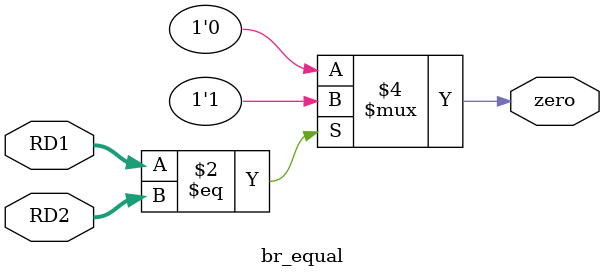
<source format=v>
module br_equal ( RD1, RD2, zero );

	input [31:0] RD1, RD2;
	output zero;
	reg zero;

	always @( RD1 or RD2 ) begin  
		if ( RD1 == RD2 ) zero <= 1'b1;
		else zero <= 1'b0;
	end
		
endmodule
</source>
